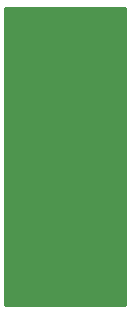
<source format=gbr>
%TF.GenerationSoftware,KiCad,Pcbnew,(5.1.6)-1*%
%TF.CreationDate,2020-08-25T10:54:11-06:00*%
%TF.ProjectId,SMA_Tester,534d415f-5465-4737-9465-722e6b696361,rev?*%
%TF.SameCoordinates,Original*%
%TF.FileFunction,Soldermask,Top*%
%TF.FilePolarity,Negative*%
%FSLAX46Y46*%
G04 Gerber Fmt 4.6, Leading zero omitted, Abs format (unit mm)*
G04 Created by KiCad (PCBNEW (5.1.6)-1) date 2020-08-25 10:54:11*
%MOMM*%
%LPD*%
G01*
G04 APERTURE LIST*
%ADD10R,1.370000X5.180000*%
%ADD11C,0.254000*%
G04 APERTURE END LIST*
D10*
%TO.C,J1*%
X136842500Y-99441000D03*
X145351500Y-99441000D03*
X141097000Y-99441000D03*
X136842500Y-99441000D03*
X145351500Y-99441000D03*
%TD*%
D11*
G36*
X146177000Y-101854000D02*
G01*
X136017000Y-101854000D01*
X136017000Y-76708000D01*
X146177000Y-76708000D01*
X146177000Y-101854000D01*
G37*
X146177000Y-101854000D02*
X136017000Y-101854000D01*
X136017000Y-76708000D01*
X146177000Y-76708000D01*
X146177000Y-101854000D01*
M02*

</source>
